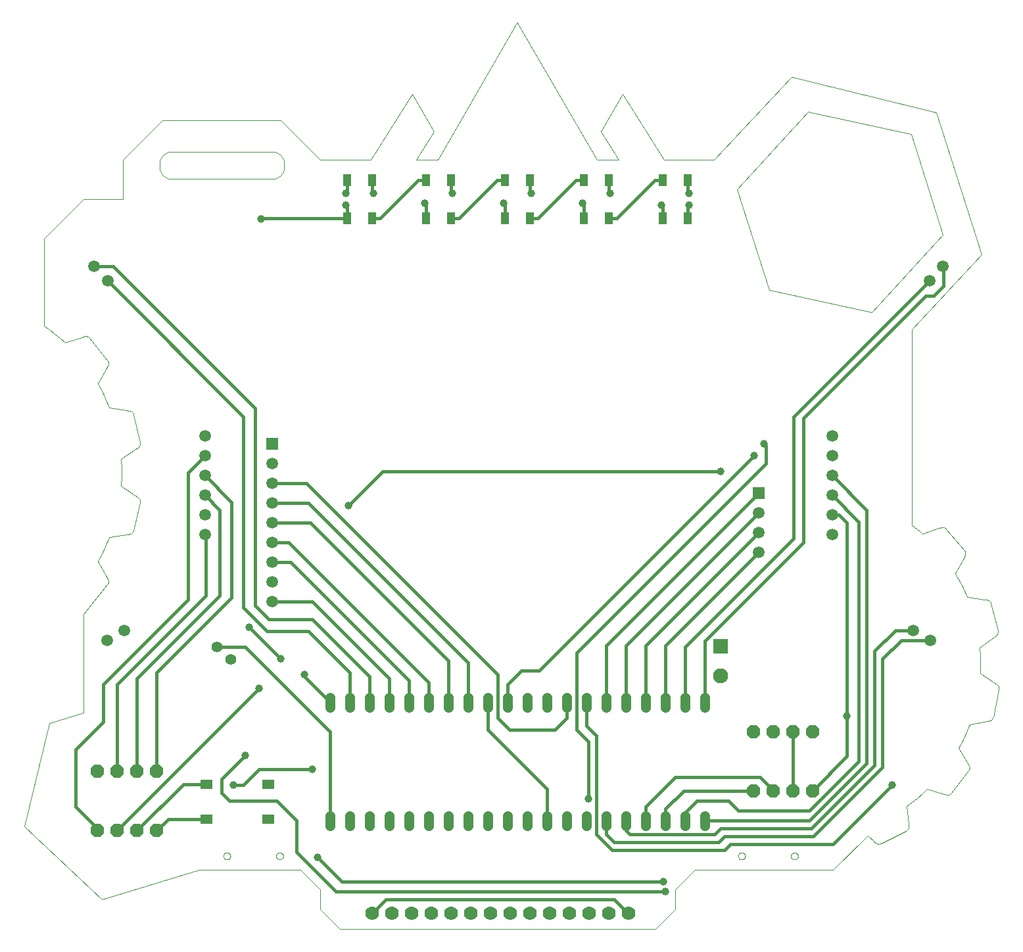
<source format=gtl>
G75*
%MOIN*%
%OFA0B0*%
%FSLAX25Y25*%
%IPPOS*%
%LPD*%
%AMOC8*
5,1,8,0,0,1.08239X$1,22.5*
%
%ADD10C,0.00100*%
%ADD11R,0.03937X0.05906*%
%ADD12OC8,0.06800*%
%ADD13C,0.05000*%
%ADD14C,0.05937*%
%ADD15R,0.05937X0.05937*%
%ADD16R,0.07600X0.07600*%
%ADD17C,0.07600*%
%ADD18C,0.00000*%
%ADD19R,0.06102X0.05118*%
%ADD20C,0.05543*%
%ADD21C,0.07000*%
%ADD22C,0.01600*%
%ADD23C,0.03962*%
D10*
X0082167Y0056018D02*
X0121300Y0019024D01*
X0170845Y0033799D01*
X0222167Y0033799D01*
X0232169Y0023800D01*
X0232169Y0013800D01*
X0242169Y0003800D01*
X0402170Y0003800D01*
X0412169Y0013800D01*
X0412169Y0023800D01*
X0422167Y0033799D01*
X0492169Y0033799D01*
X0509649Y0051237D01*
X0512741Y0048502D01*
X0513231Y0048029D01*
X0513695Y0047641D01*
X0514141Y0047339D01*
X0514578Y0047130D01*
X0515015Y0047017D01*
X0515459Y0047004D01*
X0515921Y0047095D01*
X0516409Y0047294D01*
X0529083Y0053702D01*
X0529533Y0053976D01*
X0529881Y0054294D01*
X0530135Y0054660D01*
X0530303Y0055078D01*
X0530394Y0055554D01*
X0530416Y0056091D01*
X0530378Y0056695D01*
X0530289Y0057370D01*
X0529495Y0066221D01*
X0532183Y0068210D01*
X0534790Y0070298D01*
X0537314Y0072482D01*
X0539755Y0074756D01*
X0548328Y0072332D01*
X0548975Y0072119D01*
X0549561Y0071970D01*
X0550093Y0071892D01*
X0550577Y0071893D01*
X0551019Y0071981D01*
X0551426Y0072163D01*
X0551803Y0072446D01*
X0552156Y0072837D01*
X0560796Y0084106D01*
X0561083Y0084549D01*
X0561258Y0084986D01*
X0561327Y0085426D01*
X0561297Y0085876D01*
X0561172Y0086344D01*
X0560960Y0086837D01*
X0560665Y0087365D01*
X0560292Y0087933D01*
X0555727Y0095578D01*
X0556521Y0097042D01*
X0557287Y0098522D01*
X0558027Y0100017D01*
X0558738Y0101528D01*
X0559422Y0103055D01*
X0560077Y0104596D01*
X0560703Y0106152D01*
X0561300Y0107722D01*
X0570060Y0109254D01*
X0570735Y0109343D01*
X0571328Y0109464D01*
X0571841Y0109625D01*
X0572277Y0109837D01*
X0572637Y0110108D01*
X0572924Y0110448D01*
X0573142Y0110867D01*
X0573291Y0111374D01*
X0576183Y0125276D01*
X0576248Y0125800D01*
X0576215Y0126270D01*
X0576087Y0126696D01*
X0575864Y0127088D01*
X0575549Y0127456D01*
X0575143Y0127808D01*
X0574648Y0128154D01*
X0574065Y0128504D01*
X0566626Y0133420D01*
X0566706Y0135074D01*
X0566761Y0136735D01*
X0566785Y0138403D01*
X0566773Y0140079D01*
X0566721Y0141760D01*
X0566633Y0143430D01*
X0566514Y0145092D01*
X0566369Y0146746D01*
X0573615Y0151939D01*
X0574183Y0152311D01*
X0574666Y0152675D01*
X0575058Y0153043D01*
X0575359Y0153422D01*
X0575567Y0153823D01*
X0575679Y0154254D01*
X0575693Y0154725D01*
X0575607Y0155246D01*
X0572184Y0169028D01*
X0572015Y0169528D01*
X0571782Y0169938D01*
X0571481Y0170267D01*
X0571110Y0170523D01*
X0570666Y0170718D01*
X0570147Y0170859D01*
X0569549Y0170957D01*
X0568871Y0171020D01*
X0560065Y0172215D01*
X0559407Y0173762D01*
X0558721Y0175294D01*
X0558007Y0176809D01*
X0557266Y0178309D01*
X0556497Y0179792D01*
X0555701Y0181258D01*
X0554878Y0182708D01*
X0554028Y0184141D01*
X0558295Y0191953D01*
X0558646Y0192536D01*
X0558920Y0193075D01*
X0559114Y0193577D01*
X0559220Y0194049D01*
X0559233Y0194500D01*
X0559146Y0194936D01*
X0558954Y0195366D01*
X0558650Y0195797D01*
X0549585Y0206726D01*
X0549217Y0207104D01*
X0548829Y0207372D01*
X0548415Y0207538D01*
X0547970Y0207608D01*
X0547486Y0207591D01*
X0546958Y0207493D01*
X0546378Y0207322D01*
X0545741Y0207085D01*
X0537270Y0204333D01*
X0536024Y0205428D01*
X0534758Y0206499D01*
X0533472Y0207546D01*
X0532167Y0208571D01*
X0532167Y0307878D01*
X0567559Y0345860D01*
X0544338Y0417804D01*
X0470934Y0435896D01*
X0431707Y0393800D01*
X0406260Y0393800D01*
X0385307Y0427102D01*
X0374319Y0408352D01*
X0383378Y0393800D01*
X0372506Y0393800D01*
X0332235Y0463276D01*
X0332121Y0463500D01*
X0332077Y0463552D01*
X0332034Y0463500D01*
X0331920Y0463276D01*
X0291646Y0393800D01*
X0280777Y0393800D01*
X0289837Y0408352D01*
X0278845Y0427102D01*
X0257894Y0393800D01*
X0232167Y0393800D01*
X0212167Y0413800D01*
X0152169Y0413800D01*
X0132167Y0393800D01*
X0132167Y0373800D01*
X0112167Y0373800D01*
X0092167Y0353800D01*
X0092167Y0309702D01*
X0094905Y0307752D01*
X0097564Y0305702D01*
X0100143Y0303556D01*
X0102641Y0301318D01*
X0111312Y0303952D01*
X0111965Y0304180D01*
X0112558Y0304343D01*
X0113098Y0304433D01*
X0113590Y0304441D01*
X0114042Y0304361D01*
X0114459Y0304184D01*
X0114848Y0303904D01*
X0115215Y0303513D01*
X0124223Y0292221D01*
X0124524Y0291776D01*
X0124711Y0291334D01*
X0124791Y0290888D01*
X0124769Y0290430D01*
X0124652Y0289952D01*
X0124445Y0289445D01*
X0124154Y0288903D01*
X0123787Y0288317D01*
X0119295Y0280453D01*
X0120131Y0278980D01*
X0120939Y0277489D01*
X0121720Y0275982D01*
X0122474Y0274459D01*
X0123199Y0272920D01*
X0123896Y0271364D01*
X0124564Y0269793D01*
X0125203Y0268207D01*
X0134139Y0266820D01*
X0134828Y0266743D01*
X0135433Y0266632D01*
X0135958Y0266478D01*
X0136406Y0266272D01*
X0136778Y0266003D01*
X0137077Y0265663D01*
X0137306Y0265242D01*
X0137467Y0264729D01*
X0140681Y0250646D01*
X0140758Y0250115D01*
X0140735Y0249636D01*
X0140613Y0249200D01*
X0140395Y0248796D01*
X0140081Y0248416D01*
X0139675Y0248050D01*
X0139178Y0247688D01*
X0138591Y0247321D01*
X0131120Y0242176D01*
X0131234Y0240491D01*
X0131323Y0238800D01*
X0131380Y0237100D01*
X0131400Y0235391D01*
X0131380Y0233684D01*
X0131323Y0231988D01*
X0131235Y0230300D01*
X0131121Y0228620D01*
X0138592Y0223476D01*
X0139179Y0223108D01*
X0139676Y0222746D01*
X0140083Y0222379D01*
X0140396Y0221999D01*
X0140615Y0221596D01*
X0140737Y0221160D01*
X0140761Y0220681D01*
X0140684Y0220150D01*
X0137473Y0206065D01*
X0137311Y0205554D01*
X0137082Y0205132D01*
X0136783Y0204792D01*
X0136411Y0204524D01*
X0135964Y0204318D01*
X0135439Y0204164D01*
X0134834Y0204053D01*
X0134146Y0203975D01*
X0125206Y0202586D01*
X0124568Y0201000D01*
X0123900Y0199429D01*
X0123204Y0197873D01*
X0122478Y0196334D01*
X0121726Y0194811D01*
X0120945Y0193305D01*
X0120137Y0191815D01*
X0119302Y0190342D01*
X0123795Y0182475D01*
X0124163Y0181889D01*
X0124453Y0181347D01*
X0124660Y0180841D01*
X0124778Y0180363D01*
X0124800Y0179905D01*
X0124721Y0179459D01*
X0124534Y0179017D01*
X0124234Y0178572D01*
X0112167Y0163478D01*
X0112167Y0113636D01*
X0094641Y0108408D01*
X0082167Y0056018D01*
X0459673Y0327974D02*
X0443502Y0378917D01*
X0479535Y0418391D01*
X0531738Y0406924D01*
X0547906Y0355982D01*
X0511876Y0316507D01*
X0459673Y0327974D01*
X0213650Y0388902D02*
X0213306Y0387793D01*
X0212762Y0386790D01*
X0212041Y0385916D01*
X0211167Y0385195D01*
X0210163Y0384650D01*
X0209055Y0384306D01*
X0207865Y0384186D01*
X0156685Y0384186D01*
X0155495Y0384306D01*
X0154386Y0384650D01*
X0153383Y0385195D01*
X0152509Y0385916D01*
X0151788Y0386790D01*
X0151244Y0387793D01*
X0150900Y0388902D01*
X0150780Y0390092D01*
X0150780Y0392061D01*
X0150900Y0393251D01*
X0151244Y0394360D01*
X0151788Y0395363D01*
X0152509Y0396237D01*
X0153383Y0396958D01*
X0154386Y0397503D01*
X0155495Y0397847D01*
X0156685Y0397967D01*
X0207865Y0397967D01*
X0209055Y0397847D01*
X0210163Y0397503D01*
X0211167Y0396958D01*
X0212041Y0396237D01*
X0212762Y0395363D01*
X0213306Y0394360D01*
X0213650Y0393251D01*
X0213770Y0392061D01*
X0213770Y0390092D01*
X0213650Y0388902D01*
D11*
X0245909Y0383446D03*
X0258507Y0383446D03*
X0258507Y0364154D03*
X0245909Y0364154D03*
X0285909Y0364154D03*
X0298507Y0364154D03*
X0298507Y0383446D03*
X0285909Y0383446D03*
X0325909Y0383446D03*
X0338507Y0383446D03*
X0338507Y0364154D03*
X0325909Y0364154D03*
X0365909Y0364154D03*
X0378507Y0364154D03*
X0378507Y0383446D03*
X0365909Y0383446D03*
X0405909Y0383446D03*
X0418507Y0383446D03*
X0418507Y0364154D03*
X0405909Y0364154D03*
D12*
X0451594Y0103954D03*
X0461594Y0103954D03*
X0471594Y0103954D03*
X0481594Y0103954D03*
X0481594Y0073954D03*
X0471594Y0073954D03*
X0461594Y0073954D03*
X0451594Y0073954D03*
X0149208Y0083800D03*
X0139208Y0083800D03*
X0129208Y0083800D03*
X0119208Y0083800D03*
X0119208Y0053800D03*
X0129208Y0053800D03*
X0139208Y0053800D03*
X0149208Y0053800D03*
D13*
X0237208Y0056300D02*
X0237208Y0061300D01*
X0247208Y0061300D02*
X0247208Y0056300D01*
X0257208Y0056300D02*
X0257208Y0061300D01*
X0267208Y0061300D02*
X0267208Y0056300D01*
X0277208Y0056300D02*
X0277208Y0061300D01*
X0287208Y0061300D02*
X0287208Y0056300D01*
X0297208Y0056300D02*
X0297208Y0061300D01*
X0307208Y0061300D02*
X0307208Y0056300D01*
X0317208Y0056300D02*
X0317208Y0061300D01*
X0327208Y0061300D02*
X0327208Y0056300D01*
X0337208Y0056300D02*
X0337208Y0061300D01*
X0347208Y0061300D02*
X0347208Y0056300D01*
X0357208Y0056300D02*
X0357208Y0061300D01*
X0367208Y0061300D02*
X0367208Y0056300D01*
X0377208Y0056300D02*
X0377208Y0061300D01*
X0387208Y0061300D02*
X0387208Y0056300D01*
X0397208Y0056300D02*
X0397208Y0061300D01*
X0407208Y0061300D02*
X0407208Y0056300D01*
X0417208Y0056300D02*
X0417208Y0061300D01*
X0427208Y0061300D02*
X0427208Y0056300D01*
X0427208Y0116300D02*
X0427208Y0121300D01*
X0417208Y0121300D02*
X0417208Y0116300D01*
X0407208Y0116300D02*
X0407208Y0121300D01*
X0397208Y0121300D02*
X0397208Y0116300D01*
X0387208Y0116300D02*
X0387208Y0121300D01*
X0377208Y0121300D02*
X0377208Y0116300D01*
X0367208Y0116300D02*
X0367208Y0121300D01*
X0357208Y0121300D02*
X0357208Y0116300D01*
X0347208Y0116300D02*
X0347208Y0121300D01*
X0337208Y0121300D02*
X0337208Y0116300D01*
X0327208Y0116300D02*
X0327208Y0121300D01*
X0317208Y0121300D02*
X0317208Y0116300D01*
X0307208Y0116300D02*
X0307208Y0121300D01*
X0297208Y0121300D02*
X0297208Y0116300D01*
X0287208Y0116300D02*
X0287208Y0121300D01*
X0277208Y0121300D02*
X0277208Y0116300D01*
X0267208Y0116300D02*
X0267208Y0121300D01*
X0257208Y0121300D02*
X0257208Y0116300D01*
X0247208Y0116300D02*
X0247208Y0121300D01*
X0237208Y0121300D02*
X0237208Y0116300D01*
D14*
X0207808Y0169800D03*
X0207808Y0179800D03*
X0207808Y0189800D03*
X0207808Y0199800D03*
X0207799Y0209800D03*
X0207808Y0219800D03*
X0207808Y0229800D03*
X0207808Y0239800D03*
X0173708Y0243800D03*
X0173708Y0233800D03*
X0173708Y0223800D03*
X0173708Y0213800D03*
X0173708Y0203800D03*
X0173708Y0253800D03*
X0124263Y0332681D03*
X0117533Y0340078D03*
X0132799Y0155383D03*
X0124148Y0150368D03*
X0454508Y0194800D03*
X0454508Y0204800D03*
X0454508Y0214800D03*
X0491708Y0213800D03*
X0491708Y0203800D03*
X0491708Y0223800D03*
X0491708Y0233800D03*
X0491708Y0243800D03*
X0491708Y0253800D03*
X0541153Y0332681D03*
X0547884Y0340078D03*
X0532617Y0155383D03*
X0541269Y0150368D03*
D15*
X0454508Y0224800D03*
X0207808Y0249800D03*
D16*
X0435208Y0147300D03*
D17*
X0435208Y0132300D03*
D18*
X0444050Y0040894D02*
X0444052Y0040978D01*
X0444058Y0041061D01*
X0444068Y0041144D01*
X0444082Y0041227D01*
X0444099Y0041309D01*
X0444121Y0041390D01*
X0444146Y0041469D01*
X0444175Y0041548D01*
X0444208Y0041625D01*
X0444244Y0041700D01*
X0444284Y0041774D01*
X0444327Y0041846D01*
X0444374Y0041915D01*
X0444424Y0041982D01*
X0444477Y0042047D01*
X0444533Y0042109D01*
X0444591Y0042169D01*
X0444653Y0042226D01*
X0444717Y0042279D01*
X0444784Y0042330D01*
X0444853Y0042377D01*
X0444924Y0042422D01*
X0444997Y0042462D01*
X0445072Y0042499D01*
X0445149Y0042533D01*
X0445227Y0042563D01*
X0445306Y0042589D01*
X0445387Y0042612D01*
X0445469Y0042630D01*
X0445551Y0042645D01*
X0445634Y0042656D01*
X0445717Y0042663D01*
X0445801Y0042666D01*
X0445885Y0042665D01*
X0445968Y0042660D01*
X0446052Y0042651D01*
X0446134Y0042638D01*
X0446216Y0042622D01*
X0446297Y0042601D01*
X0446378Y0042577D01*
X0446456Y0042549D01*
X0446534Y0042517D01*
X0446610Y0042481D01*
X0446684Y0042442D01*
X0446756Y0042400D01*
X0446826Y0042354D01*
X0446894Y0042305D01*
X0446959Y0042253D01*
X0447022Y0042198D01*
X0447082Y0042140D01*
X0447140Y0042079D01*
X0447194Y0042015D01*
X0447246Y0041949D01*
X0447294Y0041881D01*
X0447339Y0041810D01*
X0447380Y0041737D01*
X0447419Y0041663D01*
X0447453Y0041587D01*
X0447484Y0041509D01*
X0447511Y0041430D01*
X0447535Y0041349D01*
X0447554Y0041268D01*
X0447570Y0041186D01*
X0447582Y0041103D01*
X0447590Y0041019D01*
X0447594Y0040936D01*
X0447594Y0040852D01*
X0447590Y0040769D01*
X0447582Y0040685D01*
X0447570Y0040602D01*
X0447554Y0040520D01*
X0447535Y0040439D01*
X0447511Y0040358D01*
X0447484Y0040279D01*
X0447453Y0040201D01*
X0447419Y0040125D01*
X0447380Y0040051D01*
X0447339Y0039978D01*
X0447294Y0039907D01*
X0447246Y0039839D01*
X0447194Y0039773D01*
X0447140Y0039709D01*
X0447082Y0039648D01*
X0447022Y0039590D01*
X0446959Y0039535D01*
X0446894Y0039483D01*
X0446826Y0039434D01*
X0446756Y0039388D01*
X0446684Y0039346D01*
X0446610Y0039307D01*
X0446534Y0039271D01*
X0446456Y0039239D01*
X0446378Y0039211D01*
X0446297Y0039187D01*
X0446216Y0039166D01*
X0446134Y0039150D01*
X0446052Y0039137D01*
X0445968Y0039128D01*
X0445885Y0039123D01*
X0445801Y0039122D01*
X0445717Y0039125D01*
X0445634Y0039132D01*
X0445551Y0039143D01*
X0445469Y0039158D01*
X0445387Y0039176D01*
X0445306Y0039199D01*
X0445227Y0039225D01*
X0445149Y0039255D01*
X0445072Y0039289D01*
X0444997Y0039326D01*
X0444924Y0039366D01*
X0444853Y0039411D01*
X0444784Y0039458D01*
X0444717Y0039509D01*
X0444653Y0039562D01*
X0444591Y0039619D01*
X0444533Y0039679D01*
X0444477Y0039741D01*
X0444424Y0039806D01*
X0444374Y0039873D01*
X0444327Y0039942D01*
X0444284Y0040014D01*
X0444244Y0040088D01*
X0444208Y0040163D01*
X0444175Y0040240D01*
X0444146Y0040319D01*
X0444121Y0040398D01*
X0444099Y0040479D01*
X0444082Y0040561D01*
X0444068Y0040644D01*
X0444058Y0040727D01*
X0444052Y0040810D01*
X0444050Y0040894D01*
X0470822Y0040894D02*
X0470824Y0040978D01*
X0470830Y0041061D01*
X0470840Y0041144D01*
X0470854Y0041227D01*
X0470871Y0041309D01*
X0470893Y0041390D01*
X0470918Y0041469D01*
X0470947Y0041548D01*
X0470980Y0041625D01*
X0471016Y0041700D01*
X0471056Y0041774D01*
X0471099Y0041846D01*
X0471146Y0041915D01*
X0471196Y0041982D01*
X0471249Y0042047D01*
X0471305Y0042109D01*
X0471363Y0042169D01*
X0471425Y0042226D01*
X0471489Y0042279D01*
X0471556Y0042330D01*
X0471625Y0042377D01*
X0471696Y0042422D01*
X0471769Y0042462D01*
X0471844Y0042499D01*
X0471921Y0042533D01*
X0471999Y0042563D01*
X0472078Y0042589D01*
X0472159Y0042612D01*
X0472241Y0042630D01*
X0472323Y0042645D01*
X0472406Y0042656D01*
X0472489Y0042663D01*
X0472573Y0042666D01*
X0472657Y0042665D01*
X0472740Y0042660D01*
X0472824Y0042651D01*
X0472906Y0042638D01*
X0472988Y0042622D01*
X0473069Y0042601D01*
X0473150Y0042577D01*
X0473228Y0042549D01*
X0473306Y0042517D01*
X0473382Y0042481D01*
X0473456Y0042442D01*
X0473528Y0042400D01*
X0473598Y0042354D01*
X0473666Y0042305D01*
X0473731Y0042253D01*
X0473794Y0042198D01*
X0473854Y0042140D01*
X0473912Y0042079D01*
X0473966Y0042015D01*
X0474018Y0041949D01*
X0474066Y0041881D01*
X0474111Y0041810D01*
X0474152Y0041737D01*
X0474191Y0041663D01*
X0474225Y0041587D01*
X0474256Y0041509D01*
X0474283Y0041430D01*
X0474307Y0041349D01*
X0474326Y0041268D01*
X0474342Y0041186D01*
X0474354Y0041103D01*
X0474362Y0041019D01*
X0474366Y0040936D01*
X0474366Y0040852D01*
X0474362Y0040769D01*
X0474354Y0040685D01*
X0474342Y0040602D01*
X0474326Y0040520D01*
X0474307Y0040439D01*
X0474283Y0040358D01*
X0474256Y0040279D01*
X0474225Y0040201D01*
X0474191Y0040125D01*
X0474152Y0040051D01*
X0474111Y0039978D01*
X0474066Y0039907D01*
X0474018Y0039839D01*
X0473966Y0039773D01*
X0473912Y0039709D01*
X0473854Y0039648D01*
X0473794Y0039590D01*
X0473731Y0039535D01*
X0473666Y0039483D01*
X0473598Y0039434D01*
X0473528Y0039388D01*
X0473456Y0039346D01*
X0473382Y0039307D01*
X0473306Y0039271D01*
X0473228Y0039239D01*
X0473150Y0039211D01*
X0473069Y0039187D01*
X0472988Y0039166D01*
X0472906Y0039150D01*
X0472824Y0039137D01*
X0472740Y0039128D01*
X0472657Y0039123D01*
X0472573Y0039122D01*
X0472489Y0039125D01*
X0472406Y0039132D01*
X0472323Y0039143D01*
X0472241Y0039158D01*
X0472159Y0039176D01*
X0472078Y0039199D01*
X0471999Y0039225D01*
X0471921Y0039255D01*
X0471844Y0039289D01*
X0471769Y0039326D01*
X0471696Y0039366D01*
X0471625Y0039411D01*
X0471556Y0039458D01*
X0471489Y0039509D01*
X0471425Y0039562D01*
X0471363Y0039619D01*
X0471305Y0039679D01*
X0471249Y0039741D01*
X0471196Y0039806D01*
X0471146Y0039873D01*
X0471099Y0039942D01*
X0471056Y0040014D01*
X0471016Y0040088D01*
X0470980Y0040163D01*
X0470947Y0040240D01*
X0470918Y0040319D01*
X0470893Y0040398D01*
X0470871Y0040479D01*
X0470854Y0040561D01*
X0470840Y0040644D01*
X0470830Y0040727D01*
X0470824Y0040810D01*
X0470822Y0040894D01*
X0209822Y0040894D02*
X0209824Y0040978D01*
X0209830Y0041061D01*
X0209840Y0041144D01*
X0209854Y0041227D01*
X0209871Y0041309D01*
X0209893Y0041390D01*
X0209918Y0041469D01*
X0209947Y0041548D01*
X0209980Y0041625D01*
X0210016Y0041700D01*
X0210056Y0041774D01*
X0210099Y0041846D01*
X0210146Y0041915D01*
X0210196Y0041982D01*
X0210249Y0042047D01*
X0210305Y0042109D01*
X0210363Y0042169D01*
X0210425Y0042226D01*
X0210489Y0042279D01*
X0210556Y0042330D01*
X0210625Y0042377D01*
X0210696Y0042422D01*
X0210769Y0042462D01*
X0210844Y0042499D01*
X0210921Y0042533D01*
X0210999Y0042563D01*
X0211078Y0042589D01*
X0211159Y0042612D01*
X0211241Y0042630D01*
X0211323Y0042645D01*
X0211406Y0042656D01*
X0211489Y0042663D01*
X0211573Y0042666D01*
X0211657Y0042665D01*
X0211740Y0042660D01*
X0211824Y0042651D01*
X0211906Y0042638D01*
X0211988Y0042622D01*
X0212069Y0042601D01*
X0212150Y0042577D01*
X0212228Y0042549D01*
X0212306Y0042517D01*
X0212382Y0042481D01*
X0212456Y0042442D01*
X0212528Y0042400D01*
X0212598Y0042354D01*
X0212666Y0042305D01*
X0212731Y0042253D01*
X0212794Y0042198D01*
X0212854Y0042140D01*
X0212912Y0042079D01*
X0212966Y0042015D01*
X0213018Y0041949D01*
X0213066Y0041881D01*
X0213111Y0041810D01*
X0213152Y0041737D01*
X0213191Y0041663D01*
X0213225Y0041587D01*
X0213256Y0041509D01*
X0213283Y0041430D01*
X0213307Y0041349D01*
X0213326Y0041268D01*
X0213342Y0041186D01*
X0213354Y0041103D01*
X0213362Y0041019D01*
X0213366Y0040936D01*
X0213366Y0040852D01*
X0213362Y0040769D01*
X0213354Y0040685D01*
X0213342Y0040602D01*
X0213326Y0040520D01*
X0213307Y0040439D01*
X0213283Y0040358D01*
X0213256Y0040279D01*
X0213225Y0040201D01*
X0213191Y0040125D01*
X0213152Y0040051D01*
X0213111Y0039978D01*
X0213066Y0039907D01*
X0213018Y0039839D01*
X0212966Y0039773D01*
X0212912Y0039709D01*
X0212854Y0039648D01*
X0212794Y0039590D01*
X0212731Y0039535D01*
X0212666Y0039483D01*
X0212598Y0039434D01*
X0212528Y0039388D01*
X0212456Y0039346D01*
X0212382Y0039307D01*
X0212306Y0039271D01*
X0212228Y0039239D01*
X0212150Y0039211D01*
X0212069Y0039187D01*
X0211988Y0039166D01*
X0211906Y0039150D01*
X0211824Y0039137D01*
X0211740Y0039128D01*
X0211657Y0039123D01*
X0211573Y0039122D01*
X0211489Y0039125D01*
X0211406Y0039132D01*
X0211323Y0039143D01*
X0211241Y0039158D01*
X0211159Y0039176D01*
X0211078Y0039199D01*
X0210999Y0039225D01*
X0210921Y0039255D01*
X0210844Y0039289D01*
X0210769Y0039326D01*
X0210696Y0039366D01*
X0210625Y0039411D01*
X0210556Y0039458D01*
X0210489Y0039509D01*
X0210425Y0039562D01*
X0210363Y0039619D01*
X0210305Y0039679D01*
X0210249Y0039741D01*
X0210196Y0039806D01*
X0210146Y0039873D01*
X0210099Y0039942D01*
X0210056Y0040014D01*
X0210016Y0040088D01*
X0209980Y0040163D01*
X0209947Y0040240D01*
X0209918Y0040319D01*
X0209893Y0040398D01*
X0209871Y0040479D01*
X0209854Y0040561D01*
X0209840Y0040644D01*
X0209830Y0040727D01*
X0209824Y0040810D01*
X0209822Y0040894D01*
X0183050Y0040894D02*
X0183052Y0040978D01*
X0183058Y0041061D01*
X0183068Y0041144D01*
X0183082Y0041227D01*
X0183099Y0041309D01*
X0183121Y0041390D01*
X0183146Y0041469D01*
X0183175Y0041548D01*
X0183208Y0041625D01*
X0183244Y0041700D01*
X0183284Y0041774D01*
X0183327Y0041846D01*
X0183374Y0041915D01*
X0183424Y0041982D01*
X0183477Y0042047D01*
X0183533Y0042109D01*
X0183591Y0042169D01*
X0183653Y0042226D01*
X0183717Y0042279D01*
X0183784Y0042330D01*
X0183853Y0042377D01*
X0183924Y0042422D01*
X0183997Y0042462D01*
X0184072Y0042499D01*
X0184149Y0042533D01*
X0184227Y0042563D01*
X0184306Y0042589D01*
X0184387Y0042612D01*
X0184469Y0042630D01*
X0184551Y0042645D01*
X0184634Y0042656D01*
X0184717Y0042663D01*
X0184801Y0042666D01*
X0184885Y0042665D01*
X0184968Y0042660D01*
X0185052Y0042651D01*
X0185134Y0042638D01*
X0185216Y0042622D01*
X0185297Y0042601D01*
X0185378Y0042577D01*
X0185456Y0042549D01*
X0185534Y0042517D01*
X0185610Y0042481D01*
X0185684Y0042442D01*
X0185756Y0042400D01*
X0185826Y0042354D01*
X0185894Y0042305D01*
X0185959Y0042253D01*
X0186022Y0042198D01*
X0186082Y0042140D01*
X0186140Y0042079D01*
X0186194Y0042015D01*
X0186246Y0041949D01*
X0186294Y0041881D01*
X0186339Y0041810D01*
X0186380Y0041737D01*
X0186419Y0041663D01*
X0186453Y0041587D01*
X0186484Y0041509D01*
X0186511Y0041430D01*
X0186535Y0041349D01*
X0186554Y0041268D01*
X0186570Y0041186D01*
X0186582Y0041103D01*
X0186590Y0041019D01*
X0186594Y0040936D01*
X0186594Y0040852D01*
X0186590Y0040769D01*
X0186582Y0040685D01*
X0186570Y0040602D01*
X0186554Y0040520D01*
X0186535Y0040439D01*
X0186511Y0040358D01*
X0186484Y0040279D01*
X0186453Y0040201D01*
X0186419Y0040125D01*
X0186380Y0040051D01*
X0186339Y0039978D01*
X0186294Y0039907D01*
X0186246Y0039839D01*
X0186194Y0039773D01*
X0186140Y0039709D01*
X0186082Y0039648D01*
X0186022Y0039590D01*
X0185959Y0039535D01*
X0185894Y0039483D01*
X0185826Y0039434D01*
X0185756Y0039388D01*
X0185684Y0039346D01*
X0185610Y0039307D01*
X0185534Y0039271D01*
X0185456Y0039239D01*
X0185378Y0039211D01*
X0185297Y0039187D01*
X0185216Y0039166D01*
X0185134Y0039150D01*
X0185052Y0039137D01*
X0184968Y0039128D01*
X0184885Y0039123D01*
X0184801Y0039122D01*
X0184717Y0039125D01*
X0184634Y0039132D01*
X0184551Y0039143D01*
X0184469Y0039158D01*
X0184387Y0039176D01*
X0184306Y0039199D01*
X0184227Y0039225D01*
X0184149Y0039255D01*
X0184072Y0039289D01*
X0183997Y0039326D01*
X0183924Y0039366D01*
X0183853Y0039411D01*
X0183784Y0039458D01*
X0183717Y0039509D01*
X0183653Y0039562D01*
X0183591Y0039619D01*
X0183533Y0039679D01*
X0183477Y0039741D01*
X0183424Y0039806D01*
X0183374Y0039873D01*
X0183327Y0039942D01*
X0183284Y0040014D01*
X0183244Y0040088D01*
X0183208Y0040163D01*
X0183175Y0040240D01*
X0183146Y0040319D01*
X0183121Y0040398D01*
X0183099Y0040479D01*
X0183082Y0040561D01*
X0183068Y0040644D01*
X0183058Y0040727D01*
X0183052Y0040810D01*
X0183050Y0040894D01*
D19*
X0174444Y0059548D03*
X0174444Y0077265D03*
X0205783Y0077265D03*
X0205783Y0059548D03*
D20*
X0186653Y0140501D03*
X0179763Y0146800D03*
D21*
X0258429Y0011792D03*
X0268429Y0011792D03*
X0278429Y0011792D03*
X0288429Y0011792D03*
X0298429Y0011792D03*
X0308429Y0011792D03*
X0318429Y0011792D03*
X0328429Y0011792D03*
X0338429Y0011792D03*
X0348429Y0011792D03*
X0358429Y0011792D03*
X0368429Y0011792D03*
X0378429Y0011792D03*
X0388429Y0011792D03*
D22*
X0388216Y0011792D01*
X0381208Y0018800D01*
X0265437Y0018800D01*
X0258429Y0011792D01*
X0240208Y0022800D02*
X0220208Y0042800D01*
X0220208Y0058800D01*
X0210208Y0068800D01*
X0186208Y0068800D01*
X0182208Y0072800D01*
X0182208Y0079800D01*
X0194208Y0091800D01*
X0201208Y0084800D02*
X0228208Y0084800D01*
X0237208Y0103800D02*
X0237208Y0058800D01*
X0230708Y0040300D02*
X0243208Y0027800D01*
X0406208Y0027800D01*
X0407208Y0022800D02*
X0240208Y0022800D01*
X0174444Y0059548D02*
X0154956Y0059548D01*
X0149208Y0053800D01*
X0139208Y0053800D02*
X0162673Y0077265D01*
X0174444Y0077265D01*
X0188208Y0076800D02*
X0193208Y0076800D01*
X0201208Y0084800D01*
X0237208Y0103800D02*
X0194208Y0146800D01*
X0179763Y0146800D01*
X0196208Y0156800D02*
X0212208Y0140800D01*
X0224208Y0132800D02*
X0224208Y0131800D01*
X0237208Y0118800D01*
X0247208Y0118800D02*
X0247208Y0133800D01*
X0226208Y0154800D01*
X0205208Y0154800D01*
X0193208Y0166800D01*
X0193208Y0263736D01*
X0124263Y0332681D01*
X0127208Y0339800D02*
X0117811Y0339800D01*
X0117533Y0340078D01*
X0127208Y0339800D02*
X0199208Y0267800D01*
X0199208Y0167800D01*
X0206208Y0160800D01*
X0228208Y0160800D01*
X0257208Y0131800D01*
X0257208Y0118800D01*
X0267208Y0118800D02*
X0267208Y0130800D01*
X0228208Y0169800D01*
X0207808Y0169800D01*
X0187208Y0171800D02*
X0187208Y0220300D01*
X0173708Y0233800D01*
X0165208Y0235300D02*
X0173708Y0243800D01*
X0165208Y0235300D02*
X0165208Y0170800D01*
X0122208Y0127800D01*
X0122208Y0108800D01*
X0108208Y0094800D01*
X0108208Y0065800D01*
X0119208Y0054800D01*
X0119208Y0053800D01*
X0129208Y0053800D02*
X0201208Y0125800D01*
X0187208Y0171800D02*
X0149208Y0133800D01*
X0149208Y0083800D01*
X0139208Y0083800D02*
X0139208Y0130800D01*
X0181208Y0172800D01*
X0181208Y0216300D01*
X0173708Y0223800D01*
X0173708Y0203800D02*
X0174208Y0203300D01*
X0174208Y0172800D01*
X0129208Y0127800D01*
X0129208Y0083800D01*
X0217208Y0189800D02*
X0277208Y0129800D01*
X0277208Y0118800D01*
X0287208Y0118800D02*
X0287208Y0128800D01*
X0216208Y0199800D01*
X0207808Y0199800D01*
X0207808Y0189800D02*
X0217208Y0189800D01*
X0207799Y0209800D02*
X0227208Y0209800D01*
X0297208Y0139800D01*
X0297208Y0118800D01*
X0307208Y0118800D02*
X0307208Y0138800D01*
X0226208Y0219800D01*
X0207808Y0219800D01*
X0207808Y0229800D02*
X0225208Y0229800D01*
X0322208Y0132800D01*
X0322208Y0110800D01*
X0328208Y0104800D01*
X0351208Y0104800D01*
X0357208Y0110800D01*
X0357208Y0118800D01*
X0367208Y0118800D02*
X0367208Y0106800D01*
X0372208Y0101800D01*
X0372208Y0051800D01*
X0380208Y0043800D01*
X0437208Y0043800D01*
X0440208Y0046800D01*
X0492208Y0046800D01*
X0522208Y0076800D01*
X0517208Y0085800D02*
X0482208Y0050800D01*
X0437208Y0050800D01*
X0434208Y0047800D01*
X0381208Y0047800D01*
X0377208Y0051800D01*
X0377208Y0058800D01*
X0387208Y0058800D02*
X0387208Y0053800D01*
X0389208Y0051800D01*
X0432208Y0051800D01*
X0435208Y0054800D01*
X0481208Y0054800D01*
X0513208Y0086800D01*
X0513208Y0144800D01*
X0523792Y0155383D01*
X0532617Y0155383D01*
X0526777Y0150368D02*
X0517208Y0140800D01*
X0517208Y0085800D01*
X0509208Y0087800D02*
X0509208Y0216300D01*
X0491708Y0233800D01*
X0491708Y0223800D02*
X0505208Y0210300D01*
X0505208Y0088800D01*
X0480208Y0063800D01*
X0444208Y0063800D01*
X0439208Y0068800D01*
X0423208Y0068800D01*
X0417208Y0062800D01*
X0417208Y0058800D01*
X0407208Y0058800D02*
X0407208Y0064800D01*
X0416362Y0073954D01*
X0451594Y0073954D01*
X0455208Y0080800D02*
X0412208Y0080800D01*
X0397208Y0065800D01*
X0397208Y0058800D01*
X0368208Y0069800D02*
X0368208Y0098800D01*
X0362208Y0104800D01*
X0362208Y0143800D01*
X0458208Y0239800D01*
X0458208Y0248800D01*
X0457208Y0249800D01*
X0452208Y0243800D02*
X0343208Y0134800D01*
X0334208Y0134800D01*
X0327208Y0127800D01*
X0327208Y0118800D01*
X0317208Y0118800D02*
X0317208Y0104800D01*
X0347208Y0074800D01*
X0347208Y0058800D01*
X0427208Y0058800D02*
X0480208Y0058800D01*
X0509208Y0087800D01*
X0499208Y0091568D02*
X0481594Y0073954D01*
X0471594Y0073954D02*
X0471594Y0103954D01*
X0455208Y0080800D02*
X0461594Y0074414D01*
X0461594Y0073954D01*
X0499208Y0091568D02*
X0499208Y0111800D01*
X0499208Y0209800D01*
X0495208Y0213800D01*
X0491708Y0213800D01*
X0477208Y0199800D02*
X0477208Y0262800D01*
X0539208Y0324800D01*
X0543208Y0324800D01*
X0548208Y0329800D01*
X0548208Y0339753D01*
X0547884Y0340078D01*
X0541153Y0332681D02*
X0472208Y0263736D01*
X0472208Y0201800D01*
X0417208Y0146800D01*
X0417208Y0118800D01*
X0407208Y0118800D02*
X0407208Y0147500D01*
X0454508Y0194800D01*
X0454508Y0204800D02*
X0397208Y0147500D01*
X0397208Y0118800D01*
X0387208Y0118800D02*
X0387208Y0147500D01*
X0454508Y0214800D01*
X0454508Y0224800D02*
X0377208Y0147500D01*
X0377208Y0118800D01*
X0427208Y0118800D02*
X0427208Y0149800D01*
X0477208Y0199800D01*
X0435208Y0235800D02*
X0263808Y0235800D01*
X0246508Y0218500D01*
X0202208Y0363800D02*
X0202563Y0364154D01*
X0245909Y0364154D01*
X0245909Y0370099D01*
X0245208Y0370800D01*
X0245208Y0376800D02*
X0245909Y0378501D01*
X0245909Y0383446D01*
X0258507Y0383446D02*
X0258507Y0378501D01*
X0259208Y0376800D01*
X0258507Y0364154D02*
X0262563Y0364154D01*
X0281854Y0383446D01*
X0285909Y0383446D01*
X0298507Y0383446D02*
X0298507Y0378501D01*
X0299208Y0376800D01*
X0298507Y0364154D02*
X0302563Y0364154D01*
X0321854Y0383446D01*
X0325909Y0383446D01*
X0338507Y0383446D02*
X0338507Y0378501D01*
X0339208Y0376800D01*
X0338507Y0364154D02*
X0342563Y0364154D01*
X0361854Y0383446D01*
X0365909Y0383446D01*
X0378507Y0383446D02*
X0378507Y0378501D01*
X0379208Y0376800D01*
X0378507Y0364154D02*
X0382563Y0364154D01*
X0401854Y0383446D01*
X0405909Y0383446D01*
X0418507Y0383446D02*
X0418507Y0378501D01*
X0419208Y0376800D01*
X0419208Y0370800D02*
X0418507Y0370099D01*
X0418507Y0364154D01*
X0418208Y0363855D01*
X0405909Y0364154D02*
X0405909Y0370099D01*
X0405208Y0370800D01*
X0365909Y0371099D02*
X0365909Y0364154D01*
X0365909Y0371099D02*
X0365208Y0371800D01*
X0325909Y0371099D02*
X0325909Y0364154D01*
X0325909Y0371099D02*
X0325208Y0371800D01*
X0285909Y0371099D02*
X0285909Y0364154D01*
X0285909Y0371099D02*
X0285208Y0371800D01*
X0526777Y0150368D02*
X0541269Y0150368D01*
D23*
X0499208Y0111800D03*
X0522208Y0076800D03*
X0406208Y0027800D03*
X0407208Y0022800D03*
X0368208Y0069800D03*
X0230708Y0040300D03*
X0188208Y0076800D03*
X0194208Y0091800D03*
X0228208Y0084800D03*
X0201208Y0125800D03*
X0212208Y0140800D03*
X0224208Y0132800D03*
X0196208Y0156800D03*
X0246508Y0218500D03*
X0435208Y0235800D03*
X0452208Y0243800D03*
X0457208Y0249800D03*
X0419208Y0370800D03*
X0419208Y0376800D03*
X0405208Y0370800D03*
X0379208Y0376800D03*
X0365208Y0371800D03*
X0339208Y0376800D03*
X0325208Y0371800D03*
X0299208Y0376800D03*
X0285208Y0371800D03*
X0259208Y0376800D03*
X0245208Y0376800D03*
X0245208Y0370800D03*
X0202208Y0363800D03*
M02*

</source>
